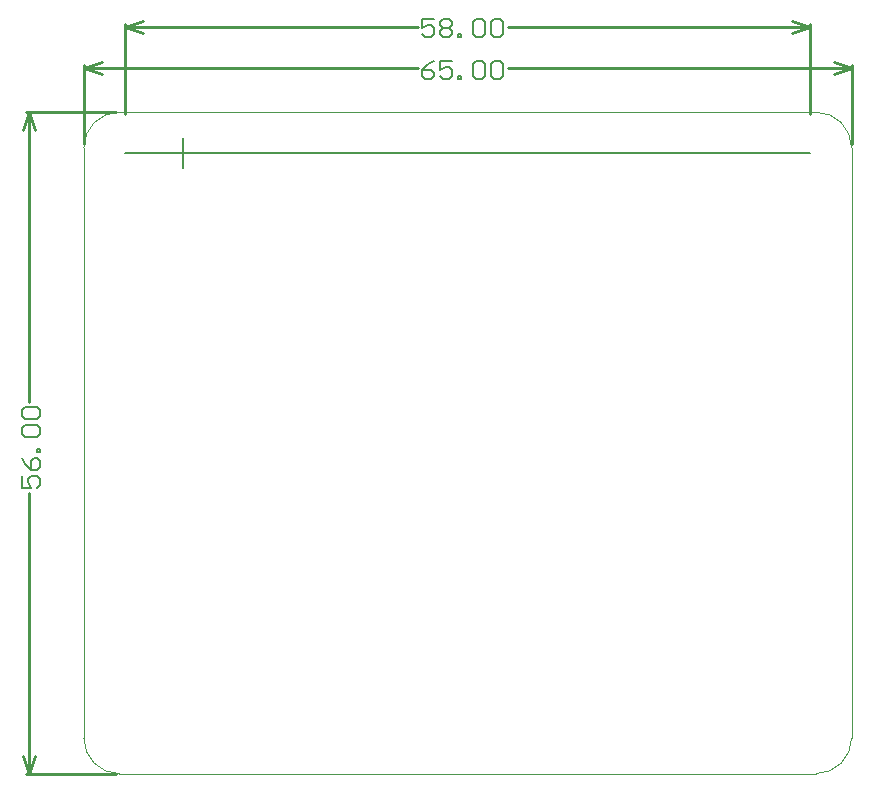
<source format=gm1>
G04*
G04 #@! TF.GenerationSoftware,Altium Limited,Altium Designer,18.1.9 (240)*
G04*
G04 Layer_Color=16711935*
%FSAX25Y25*%
%MOIN*%
G70*
G01*
G75*
%ADD11C,0.00394*%
%ADD14C,0.00787*%
%ADD16C,0.01000*%
%ADD40C,0.00600*%
D11*
X0150835Y0055390D02*
G03*
X0162646Y0043579I0011811J0000000D01*
G01*
Y0264051D02*
G03*
X0150835Y0252240I0000000J-0011811D01*
G01*
X0406740D02*
G03*
X0394929Y0264051I-0011811J0000000D01*
G01*
Y0043579D02*
G03*
X0406740Y0055390I0000000J0011811D01*
G01*
X0162646Y0043579D02*
X0394929D01*
X0406740Y0055390D02*
X0406740Y0252240D01*
X0162646Y0264051D02*
X0394929Y0264051D01*
X0150835Y0055390D02*
X0150835Y0252240D01*
D14*
X0164614Y0250272D02*
X0392961D01*
X0183835Y0250492D02*
Y0255441D01*
Y0245441D02*
Y0250492D01*
D16*
X0406740Y0253437D02*
Y0279716D01*
X0150835Y0253437D02*
Y0279716D01*
X0292283Y0278716D02*
X0406740D01*
X0150835D02*
X0262092D01*
X0400740Y0280716D02*
X0406740Y0278716D01*
X0400740Y0276716D02*
X0406740Y0278716D01*
X0150835D02*
X0156835Y0276716D01*
X0150835Y0278716D02*
X0156835Y0280716D01*
X0164614Y0292595D02*
X0170614Y0294595D01*
X0164614Y0292595D02*
X0170614Y0290595D01*
X0386961D02*
X0392961Y0292595D01*
X0386961Y0294595D02*
X0392961Y0292595D01*
X0164614D02*
X0262092D01*
X0292283D02*
X0392961D01*
X0164614Y0263483D02*
Y0293595D01*
X0392961Y0263483D02*
Y0293595D01*
X0132527Y0264051D02*
X0134528Y0258051D01*
X0130527D02*
X0132527Y0264051D01*
X0130527Y0049579D02*
X0132527Y0043579D01*
X0134528Y0049579D01*
X0132527Y0167311D02*
Y0264051D01*
Y0043579D02*
Y0137119D01*
X0131527Y0264051D02*
X0161449D01*
X0131527Y0043579D02*
X0161449D01*
D40*
X0267690Y0281116D02*
X0265691Y0280116D01*
X0263692Y0278116D01*
Y0276117D01*
X0264691Y0275117D01*
X0266691D01*
X0267690Y0276117D01*
Y0277117D01*
X0266691Y0278116D01*
X0263692D01*
X0273689Y0281116D02*
X0269690D01*
Y0278116D01*
X0271689Y0279116D01*
X0272689D01*
X0273689Y0278116D01*
Y0276117D01*
X0272689Y0275117D01*
X0270690D01*
X0269690Y0276117D01*
X0275688Y0275117D02*
Y0276117D01*
X0276688D01*
Y0275117D01*
X0275688D01*
X0280686Y0280116D02*
X0281686Y0281116D01*
X0283685D01*
X0284685Y0280116D01*
Y0276117D01*
X0283685Y0275117D01*
X0281686D01*
X0280686Y0276117D01*
Y0280116D01*
X0286684D02*
X0287684Y0281116D01*
X0289683D01*
X0290683Y0280116D01*
Y0276117D01*
X0289683Y0275117D01*
X0287684D01*
X0286684Y0276117D01*
Y0280116D01*
X0267690Y0294993D02*
X0263692D01*
Y0291995D01*
X0265691Y0292994D01*
X0266691D01*
X0267690Y0291995D01*
Y0289995D01*
X0266691Y0288996D01*
X0264691D01*
X0263692Y0289995D01*
X0269690Y0293994D02*
X0270690Y0294993D01*
X0272689D01*
X0273689Y0293994D01*
Y0292994D01*
X0272689Y0291995D01*
X0273689Y0290995D01*
Y0289995D01*
X0272689Y0288996D01*
X0270690D01*
X0269690Y0289995D01*
Y0290995D01*
X0270690Y0291995D01*
X0269690Y0292994D01*
Y0293994D01*
X0270690Y0291995D02*
X0272689D01*
X0275688Y0288996D02*
Y0289995D01*
X0276688D01*
Y0288996D01*
X0275688D01*
X0280686Y0293994D02*
X0281686Y0294993D01*
X0283685D01*
X0284685Y0293994D01*
Y0289995D01*
X0283685Y0288996D01*
X0281686D01*
X0280686Y0289995D01*
Y0293994D01*
X0286684D02*
X0287684Y0294993D01*
X0289683D01*
X0290683Y0293994D01*
Y0289995D01*
X0289683Y0288996D01*
X0287684D01*
X0286684Y0289995D01*
Y0293994D01*
X0130129Y0142718D02*
Y0138719D01*
X0133127D01*
X0132128Y0140719D01*
Y0141718D01*
X0133127Y0142718D01*
X0135127D01*
X0136127Y0141718D01*
Y0139719D01*
X0135127Y0138719D01*
X0130129Y0148716D02*
X0131128Y0146717D01*
X0133127Y0144717D01*
X0135127D01*
X0136127Y0145717D01*
Y0147716D01*
X0135127Y0148716D01*
X0134127D01*
X0133127Y0147716D01*
Y0144717D01*
X0136127Y0150715D02*
X0135127D01*
Y0151715D01*
X0136127D01*
Y0150715D01*
X0131128Y0155714D02*
X0130129Y0156713D01*
Y0158713D01*
X0131128Y0159713D01*
X0135127D01*
X0136127Y0158713D01*
Y0156713D01*
X0135127Y0155714D01*
X0131128D01*
Y0161712D02*
X0130129Y0162712D01*
Y0164711D01*
X0131128Y0165711D01*
X0135127D01*
X0136127Y0164711D01*
Y0162712D01*
X0135127Y0161712D01*
X0131128D01*
M02*

</source>
